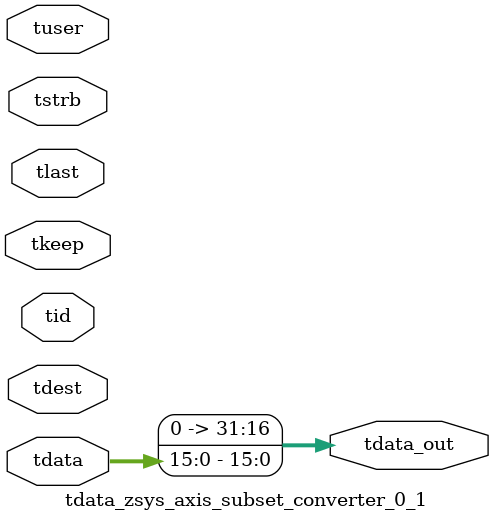
<source format=v>


`timescale 1ps/1ps

module tdata_zsys_axis_subset_converter_0_1 #
(
parameter C_S_AXIS_TDATA_WIDTH = 32,
parameter C_S_AXIS_TUSER_WIDTH = 0,
parameter C_S_AXIS_TID_WIDTH   = 0,
parameter C_S_AXIS_TDEST_WIDTH = 0,
parameter C_M_AXIS_TDATA_WIDTH = 32
)
(
input  [(C_S_AXIS_TDATA_WIDTH == 0 ? 1 : C_S_AXIS_TDATA_WIDTH)-1:0     ] tdata,
input  [(C_S_AXIS_TUSER_WIDTH == 0 ? 1 : C_S_AXIS_TUSER_WIDTH)-1:0     ] tuser,
input  [(C_S_AXIS_TID_WIDTH   == 0 ? 1 : C_S_AXIS_TID_WIDTH)-1:0       ] tid,
input  [(C_S_AXIS_TDEST_WIDTH == 0 ? 1 : C_S_AXIS_TDEST_WIDTH)-1:0     ] tdest,
input  [(C_S_AXIS_TDATA_WIDTH/8)-1:0 ] tkeep,
input  [(C_S_AXIS_TDATA_WIDTH/8)-1:0 ] tstrb,
input                                                                    tlast,
output [C_M_AXIS_TDATA_WIDTH-1:0] tdata_out
);

assign tdata_out = {tdata[15:0]};

endmodule


</source>
